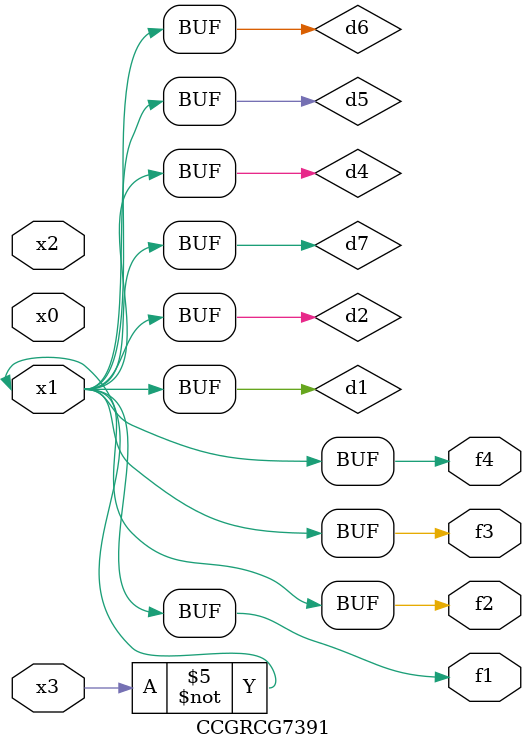
<source format=v>
module CCGRCG7391(
	input x0, x1, x2, x3,
	output f1, f2, f3, f4
);

	wire d1, d2, d3, d4, d5, d6, d7;

	not (d1, x3);
	buf (d2, x1);
	xnor (d3, d1, d2);
	nor (d4, d1);
	buf (d5, d1, d2);
	buf (d6, d4, d5);
	nand (d7, d4);
	assign f1 = d6;
	assign f2 = d7;
	assign f3 = d6;
	assign f4 = d6;
endmodule

</source>
